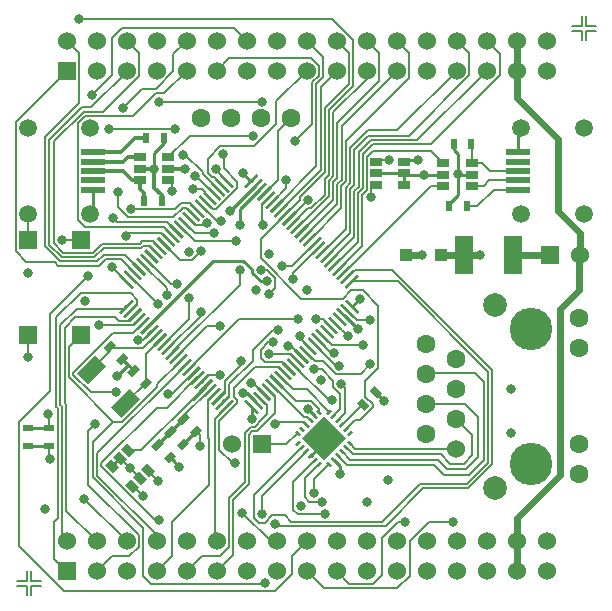
<source format=gtl>
G04 #@! TF.FileFunction,Copper,L1,Top,Signal*
%FSLAX46Y46*%
G04 Gerber Fmt 4.6, Leading zero omitted, Abs format (unit mm)*
G04 Created by KiCad (PCBNEW 4.0.7) date 01/23/18 17:02:14*
%MOMM*%
%LPD*%
G01*
G04 APERTURE LIST*
%ADD10C,0.100000*%
%ADD11C,0.203200*%
%ADD12R,1.000000X0.700000*%
%ADD13C,1.524000*%
%ADD14C,1.600000*%
%ADD15C,3.600000*%
%ADD16C,2.000000*%
%ADD17R,2.000000X0.500000*%
%ADD18C,1.500000*%
%ADD19R,1.524000X1.524000*%
%ADD20R,0.900000X0.600000*%
%ADD21R,1.000000X1.000000*%
%ADD22R,1.500000X3.200000*%
%ADD23R,1.600000X1.600000*%
%ADD24R,0.600000X0.900000*%
%ADD25C,0.812800*%
%ADD26C,0.177800*%
%ADD27C,0.254000*%
%ADD28C,0.304800*%
%ADD29C,0.609600*%
G04 APERTURE END LIST*
D10*
D11*
X1296800Y1296800D02*
X484000Y1296800D01*
X1296800Y1296800D02*
X1296800Y484000D01*
X1703200Y1703200D02*
X1703200Y2516000D01*
X1703200Y1703200D02*
X2516000Y1703200D01*
X1703200Y1296800D02*
X1703200Y484000D01*
X1703200Y1296800D02*
X2516000Y1296800D01*
X1296800Y1703200D02*
X484000Y1703200D01*
X1296800Y1703200D02*
X1296800Y2516000D01*
X48296800Y48296800D02*
X47484000Y48296800D01*
X48296800Y48296800D02*
X48296800Y47484000D01*
X48703200Y48703200D02*
X48703200Y49516000D01*
X48703200Y48703200D02*
X49516000Y48703200D01*
X48703200Y48296800D02*
X48703200Y47484000D01*
X48703200Y48296800D02*
X49516000Y48296800D01*
X48296800Y48703200D02*
X47484000Y48703200D01*
X48296800Y48703200D02*
X48296800Y49516000D01*
D10*
G36*
X7839340Y21424264D02*
X8475736Y22060660D01*
X8900000Y21636396D01*
X8263604Y21000000D01*
X7839340Y21424264D01*
X7839340Y21424264D01*
G37*
G36*
X8900000Y20363604D02*
X9536396Y21000000D01*
X9960660Y20575736D01*
X9324264Y19939340D01*
X8900000Y20363604D01*
X8900000Y20363604D01*
G37*
G36*
X11960660Y18575736D02*
X11324264Y17939340D01*
X10900000Y18363604D01*
X11536396Y19000000D01*
X11960660Y18575736D01*
X11960660Y18575736D01*
G37*
G36*
X10900000Y19636396D02*
X10263604Y19000000D01*
X9839340Y19424264D01*
X10475736Y20060660D01*
X10900000Y19636396D01*
X10900000Y19636396D01*
G37*
D12*
X36600000Y37050000D03*
X36600000Y36100000D03*
X36600000Y35150000D03*
X39000000Y35150000D03*
X39000000Y36100000D03*
X39000000Y37050000D03*
X13300000Y35650000D03*
X13300000Y36600000D03*
X13300000Y37550000D03*
X10900000Y37550000D03*
X10900000Y36600000D03*
X10900000Y35650000D03*
D13*
X37700000Y12900000D03*
D14*
X35160000Y14170000D03*
X37700000Y15440000D03*
X35160000Y16710000D03*
X37700000Y17980000D03*
X35160000Y19250000D03*
X37700000Y20520000D03*
X35160000Y21790000D03*
X48110000Y10720000D03*
X48110000Y13260000D03*
X48110000Y21430000D03*
X48110000Y23970000D03*
D15*
X44050000Y11630000D03*
X44050000Y23060000D03*
D16*
X41000000Y9600000D03*
X41000000Y25090000D03*
D17*
X42950000Y36400000D03*
X42950000Y37200000D03*
X42950000Y38000000D03*
X42950000Y34800000D03*
X42950000Y35600000D03*
D18*
X43200000Y32750000D03*
X43200000Y40050000D03*
X48500000Y32750000D03*
X48500000Y40050000D03*
D17*
X6950000Y36400000D03*
X6950000Y35600000D03*
X6950000Y34800000D03*
X6950000Y38000000D03*
X6950000Y37200000D03*
D18*
X6700000Y40050000D03*
X6700000Y32750000D03*
X1400000Y40050000D03*
X1400000Y32750000D03*
D10*
G36*
X10372776Y25381282D02*
X9312116Y24320622D01*
X9135340Y24497398D01*
X10196000Y25558058D01*
X10372776Y25381282D01*
X10372776Y25381282D01*
G37*
G36*
X10726330Y25027728D02*
X9665670Y23967068D01*
X9488894Y24143844D01*
X10549554Y25204504D01*
X10726330Y25027728D01*
X10726330Y25027728D01*
G37*
G36*
X11079883Y24674175D02*
X10019223Y23613515D01*
X9842447Y23790291D01*
X10903107Y24850951D01*
X11079883Y24674175D01*
X11079883Y24674175D01*
G37*
G36*
X11433437Y24320622D02*
X10372777Y23259962D01*
X10196001Y23436738D01*
X11256661Y24497398D01*
X11433437Y24320622D01*
X11433437Y24320622D01*
G37*
G36*
X11786990Y23967068D02*
X10726330Y22906408D01*
X10549554Y23083184D01*
X11610214Y24143844D01*
X11786990Y23967068D01*
X11786990Y23967068D01*
G37*
G36*
X12140543Y23613515D02*
X11079883Y22552855D01*
X10903107Y22729631D01*
X11963767Y23790291D01*
X12140543Y23613515D01*
X12140543Y23613515D01*
G37*
G36*
X12494097Y23259961D02*
X11433437Y22199301D01*
X11256661Y22376077D01*
X12317321Y23436737D01*
X12494097Y23259961D01*
X12494097Y23259961D01*
G37*
G36*
X12847650Y22906408D02*
X11786990Y21845748D01*
X11610214Y22022524D01*
X12670874Y23083184D01*
X12847650Y22906408D01*
X12847650Y22906408D01*
G37*
G36*
X13201204Y22552855D02*
X12140544Y21492195D01*
X11963768Y21668971D01*
X13024428Y22729631D01*
X13201204Y22552855D01*
X13201204Y22552855D01*
G37*
G36*
X13554757Y22199301D02*
X12494097Y21138641D01*
X12317321Y21315417D01*
X13377981Y22376077D01*
X13554757Y22199301D01*
X13554757Y22199301D01*
G37*
G36*
X13908310Y21845748D02*
X12847650Y20785088D01*
X12670874Y20961864D01*
X13731534Y22022524D01*
X13908310Y21845748D01*
X13908310Y21845748D01*
G37*
G36*
X14261864Y21492195D02*
X13201204Y20431535D01*
X13024428Y20608311D01*
X14085088Y21668971D01*
X14261864Y21492195D01*
X14261864Y21492195D01*
G37*
G36*
X14615417Y21138641D02*
X13554757Y20077981D01*
X13377981Y20254757D01*
X14438641Y21315417D01*
X14615417Y21138641D01*
X14615417Y21138641D01*
G37*
G36*
X14968971Y20785088D02*
X13908311Y19724428D01*
X13731535Y19901204D01*
X14792195Y20961864D01*
X14968971Y20785088D01*
X14968971Y20785088D01*
G37*
G36*
X15322524Y20431534D02*
X14261864Y19370874D01*
X14085088Y19547650D01*
X15145748Y20608310D01*
X15322524Y20431534D01*
X15322524Y20431534D01*
G37*
G36*
X15676077Y20077981D02*
X14615417Y19017321D01*
X14438641Y19194097D01*
X15499301Y20254757D01*
X15676077Y20077981D01*
X15676077Y20077981D01*
G37*
G36*
X16029631Y19724428D02*
X14968971Y18663768D01*
X14792195Y18840544D01*
X15852855Y19901204D01*
X16029631Y19724428D01*
X16029631Y19724428D01*
G37*
G36*
X16383184Y19370874D02*
X15322524Y18310214D01*
X15145748Y18486990D01*
X16206408Y19547650D01*
X16383184Y19370874D01*
X16383184Y19370874D01*
G37*
G36*
X16736737Y19017321D02*
X15676077Y17956661D01*
X15499301Y18133437D01*
X16559961Y19194097D01*
X16736737Y19017321D01*
X16736737Y19017321D01*
G37*
G36*
X17090291Y18663767D02*
X16029631Y17603107D01*
X15852855Y17779883D01*
X16913515Y18840543D01*
X17090291Y18663767D01*
X17090291Y18663767D01*
G37*
G36*
X17443844Y18310214D02*
X16383184Y17249554D01*
X16206408Y17426330D01*
X17267068Y18486990D01*
X17443844Y18310214D01*
X17443844Y18310214D01*
G37*
G36*
X17797398Y17956661D02*
X16736738Y16896001D01*
X16559962Y17072777D01*
X17620622Y18133437D01*
X17797398Y17956661D01*
X17797398Y17956661D01*
G37*
G36*
X18150951Y17603107D02*
X17090291Y16542447D01*
X16913515Y16719223D01*
X17974175Y17779883D01*
X18150951Y17603107D01*
X18150951Y17603107D01*
G37*
G36*
X18504504Y17249554D02*
X17443844Y16188894D01*
X17267068Y16365670D01*
X18327728Y17426330D01*
X18504504Y17249554D01*
X18504504Y17249554D01*
G37*
G36*
X18858058Y16896000D02*
X17797398Y15835340D01*
X17620622Y16012116D01*
X18681282Y17072776D01*
X18858058Y16896000D01*
X18858058Y16896000D01*
G37*
G36*
X20802602Y15835340D02*
X19741942Y16896000D01*
X19918718Y17072776D01*
X20979378Y16012116D01*
X20802602Y15835340D01*
X20802602Y15835340D01*
G37*
G36*
X21156156Y16188894D02*
X20095496Y17249554D01*
X20272272Y17426330D01*
X21332932Y16365670D01*
X21156156Y16188894D01*
X21156156Y16188894D01*
G37*
G36*
X21509709Y16542447D02*
X20449049Y17603107D01*
X20625825Y17779883D01*
X21686485Y16719223D01*
X21509709Y16542447D01*
X21509709Y16542447D01*
G37*
G36*
X21863262Y16896001D02*
X20802602Y17956661D01*
X20979378Y18133437D01*
X22040038Y17072777D01*
X21863262Y16896001D01*
X21863262Y16896001D01*
G37*
G36*
X22216816Y17249554D02*
X21156156Y18310214D01*
X21332932Y18486990D01*
X22393592Y17426330D01*
X22216816Y17249554D01*
X22216816Y17249554D01*
G37*
G36*
X22570369Y17603107D02*
X21509709Y18663767D01*
X21686485Y18840543D01*
X22747145Y17779883D01*
X22570369Y17603107D01*
X22570369Y17603107D01*
G37*
G36*
X22923923Y17956661D02*
X21863263Y19017321D01*
X22040039Y19194097D01*
X23100699Y18133437D01*
X22923923Y17956661D01*
X22923923Y17956661D01*
G37*
G36*
X23277476Y18310214D02*
X22216816Y19370874D01*
X22393592Y19547650D01*
X23454252Y18486990D01*
X23277476Y18310214D01*
X23277476Y18310214D01*
G37*
G36*
X23631029Y18663768D02*
X22570369Y19724428D01*
X22747145Y19901204D01*
X23807805Y18840544D01*
X23631029Y18663768D01*
X23631029Y18663768D01*
G37*
G36*
X23984583Y19017321D02*
X22923923Y20077981D01*
X23100699Y20254757D01*
X24161359Y19194097D01*
X23984583Y19017321D01*
X23984583Y19017321D01*
G37*
G36*
X24338136Y19370874D02*
X23277476Y20431534D01*
X23454252Y20608310D01*
X24514912Y19547650D01*
X24338136Y19370874D01*
X24338136Y19370874D01*
G37*
G36*
X24691689Y19724428D02*
X23631029Y20785088D01*
X23807805Y20961864D01*
X24868465Y19901204D01*
X24691689Y19724428D01*
X24691689Y19724428D01*
G37*
G36*
X25045243Y20077981D02*
X23984583Y21138641D01*
X24161359Y21315417D01*
X25222019Y20254757D01*
X25045243Y20077981D01*
X25045243Y20077981D01*
G37*
G36*
X25398796Y20431535D02*
X24338136Y21492195D01*
X24514912Y21668971D01*
X25575572Y20608311D01*
X25398796Y20431535D01*
X25398796Y20431535D01*
G37*
G36*
X25752350Y20785088D02*
X24691690Y21845748D01*
X24868466Y22022524D01*
X25929126Y20961864D01*
X25752350Y20785088D01*
X25752350Y20785088D01*
G37*
G36*
X26105903Y21138641D02*
X25045243Y22199301D01*
X25222019Y22376077D01*
X26282679Y21315417D01*
X26105903Y21138641D01*
X26105903Y21138641D01*
G37*
G36*
X26459456Y21492195D02*
X25398796Y22552855D01*
X25575572Y22729631D01*
X26636232Y21668971D01*
X26459456Y21492195D01*
X26459456Y21492195D01*
G37*
G36*
X26813010Y21845748D02*
X25752350Y22906408D01*
X25929126Y23083184D01*
X26989786Y22022524D01*
X26813010Y21845748D01*
X26813010Y21845748D01*
G37*
G36*
X27166563Y22199301D02*
X26105903Y23259961D01*
X26282679Y23436737D01*
X27343339Y22376077D01*
X27166563Y22199301D01*
X27166563Y22199301D01*
G37*
G36*
X27520117Y22552855D02*
X26459457Y23613515D01*
X26636233Y23790291D01*
X27696893Y22729631D01*
X27520117Y22552855D01*
X27520117Y22552855D01*
G37*
G36*
X27873670Y22906408D02*
X26813010Y23967068D01*
X26989786Y24143844D01*
X28050446Y23083184D01*
X27873670Y22906408D01*
X27873670Y22906408D01*
G37*
G36*
X28227223Y23259962D02*
X27166563Y24320622D01*
X27343339Y24497398D01*
X28403999Y23436738D01*
X28227223Y23259962D01*
X28227223Y23259962D01*
G37*
G36*
X28580777Y23613515D02*
X27520117Y24674175D01*
X27696893Y24850951D01*
X28757553Y23790291D01*
X28580777Y23613515D01*
X28580777Y23613515D01*
G37*
G36*
X28934330Y23967068D02*
X27873670Y25027728D01*
X28050446Y25204504D01*
X29111106Y24143844D01*
X28934330Y23967068D01*
X28934330Y23967068D01*
G37*
G36*
X29287884Y24320622D02*
X28227224Y25381282D01*
X28404000Y25558058D01*
X29464660Y24497398D01*
X29287884Y24320622D01*
X29287884Y24320622D01*
G37*
G36*
X29464660Y27502602D02*
X28404000Y26441942D01*
X28227224Y26618718D01*
X29287884Y27679378D01*
X29464660Y27502602D01*
X29464660Y27502602D01*
G37*
G36*
X29111106Y27856156D02*
X28050446Y26795496D01*
X27873670Y26972272D01*
X28934330Y28032932D01*
X29111106Y27856156D01*
X29111106Y27856156D01*
G37*
G36*
X28757553Y28209709D02*
X27696893Y27149049D01*
X27520117Y27325825D01*
X28580777Y28386485D01*
X28757553Y28209709D01*
X28757553Y28209709D01*
G37*
G36*
X28403999Y28563262D02*
X27343339Y27502602D01*
X27166563Y27679378D01*
X28227223Y28740038D01*
X28403999Y28563262D01*
X28403999Y28563262D01*
G37*
G36*
X28050446Y28916816D02*
X26989786Y27856156D01*
X26813010Y28032932D01*
X27873670Y29093592D01*
X28050446Y28916816D01*
X28050446Y28916816D01*
G37*
G36*
X27696893Y29270369D02*
X26636233Y28209709D01*
X26459457Y28386485D01*
X27520117Y29447145D01*
X27696893Y29270369D01*
X27696893Y29270369D01*
G37*
G36*
X27343339Y29623923D02*
X26282679Y28563263D01*
X26105903Y28740039D01*
X27166563Y29800699D01*
X27343339Y29623923D01*
X27343339Y29623923D01*
G37*
G36*
X26989786Y29977476D02*
X25929126Y28916816D01*
X25752350Y29093592D01*
X26813010Y30154252D01*
X26989786Y29977476D01*
X26989786Y29977476D01*
G37*
G36*
X26636232Y30331029D02*
X25575572Y29270369D01*
X25398796Y29447145D01*
X26459456Y30507805D01*
X26636232Y30331029D01*
X26636232Y30331029D01*
G37*
G36*
X26282679Y30684583D02*
X25222019Y29623923D01*
X25045243Y29800699D01*
X26105903Y30861359D01*
X26282679Y30684583D01*
X26282679Y30684583D01*
G37*
G36*
X25929126Y31038136D02*
X24868466Y29977476D01*
X24691690Y30154252D01*
X25752350Y31214912D01*
X25929126Y31038136D01*
X25929126Y31038136D01*
G37*
G36*
X25575572Y31391689D02*
X24514912Y30331029D01*
X24338136Y30507805D01*
X25398796Y31568465D01*
X25575572Y31391689D01*
X25575572Y31391689D01*
G37*
G36*
X25222019Y31745243D02*
X24161359Y30684583D01*
X23984583Y30861359D01*
X25045243Y31922019D01*
X25222019Y31745243D01*
X25222019Y31745243D01*
G37*
G36*
X24868465Y32098796D02*
X23807805Y31038136D01*
X23631029Y31214912D01*
X24691689Y32275572D01*
X24868465Y32098796D01*
X24868465Y32098796D01*
G37*
G36*
X24514912Y32452350D02*
X23454252Y31391690D01*
X23277476Y31568466D01*
X24338136Y32629126D01*
X24514912Y32452350D01*
X24514912Y32452350D01*
G37*
G36*
X24161359Y32805903D02*
X23100699Y31745243D01*
X22923923Y31922019D01*
X23984583Y32982679D01*
X24161359Y32805903D01*
X24161359Y32805903D01*
G37*
G36*
X23807805Y33159456D02*
X22747145Y32098796D01*
X22570369Y32275572D01*
X23631029Y33336232D01*
X23807805Y33159456D01*
X23807805Y33159456D01*
G37*
G36*
X23454252Y33513010D02*
X22393592Y32452350D01*
X22216816Y32629126D01*
X23277476Y33689786D01*
X23454252Y33513010D01*
X23454252Y33513010D01*
G37*
G36*
X23100699Y33866563D02*
X22040039Y32805903D01*
X21863263Y32982679D01*
X22923923Y34043339D01*
X23100699Y33866563D01*
X23100699Y33866563D01*
G37*
G36*
X22747145Y34220117D02*
X21686485Y33159457D01*
X21509709Y33336233D01*
X22570369Y34396893D01*
X22747145Y34220117D01*
X22747145Y34220117D01*
G37*
G36*
X22393592Y34573670D02*
X21332932Y33513010D01*
X21156156Y33689786D01*
X22216816Y34750446D01*
X22393592Y34573670D01*
X22393592Y34573670D01*
G37*
G36*
X22040038Y34927223D02*
X20979378Y33866563D01*
X20802602Y34043339D01*
X21863262Y35103999D01*
X22040038Y34927223D01*
X22040038Y34927223D01*
G37*
G36*
X21686485Y35280777D02*
X20625825Y34220117D01*
X20449049Y34396893D01*
X21509709Y35457553D01*
X21686485Y35280777D01*
X21686485Y35280777D01*
G37*
G36*
X21332932Y35634330D02*
X20272272Y34573670D01*
X20095496Y34750446D01*
X21156156Y35811106D01*
X21332932Y35634330D01*
X21332932Y35634330D01*
G37*
G36*
X20979378Y35987884D02*
X19918718Y34927224D01*
X19741942Y35104000D01*
X20802602Y36164660D01*
X20979378Y35987884D01*
X20979378Y35987884D01*
G37*
G36*
X18681282Y34927224D02*
X17620622Y35987884D01*
X17797398Y36164660D01*
X18858058Y35104000D01*
X18681282Y34927224D01*
X18681282Y34927224D01*
G37*
G36*
X18327728Y34573670D02*
X17267068Y35634330D01*
X17443844Y35811106D01*
X18504504Y34750446D01*
X18327728Y34573670D01*
X18327728Y34573670D01*
G37*
G36*
X17974175Y34220117D02*
X16913515Y35280777D01*
X17090291Y35457553D01*
X18150951Y34396893D01*
X17974175Y34220117D01*
X17974175Y34220117D01*
G37*
G36*
X17620622Y33866563D02*
X16559962Y34927223D01*
X16736738Y35103999D01*
X17797398Y34043339D01*
X17620622Y33866563D01*
X17620622Y33866563D01*
G37*
G36*
X17267068Y33513010D02*
X16206408Y34573670D01*
X16383184Y34750446D01*
X17443844Y33689786D01*
X17267068Y33513010D01*
X17267068Y33513010D01*
G37*
G36*
X16913515Y33159457D02*
X15852855Y34220117D01*
X16029631Y34396893D01*
X17090291Y33336233D01*
X16913515Y33159457D01*
X16913515Y33159457D01*
G37*
G36*
X16559961Y32805903D02*
X15499301Y33866563D01*
X15676077Y34043339D01*
X16736737Y32982679D01*
X16559961Y32805903D01*
X16559961Y32805903D01*
G37*
G36*
X16206408Y32452350D02*
X15145748Y33513010D01*
X15322524Y33689786D01*
X16383184Y32629126D01*
X16206408Y32452350D01*
X16206408Y32452350D01*
G37*
G36*
X15852855Y32098796D02*
X14792195Y33159456D01*
X14968971Y33336232D01*
X16029631Y32275572D01*
X15852855Y32098796D01*
X15852855Y32098796D01*
G37*
G36*
X15499301Y31745243D02*
X14438641Y32805903D01*
X14615417Y32982679D01*
X15676077Y31922019D01*
X15499301Y31745243D01*
X15499301Y31745243D01*
G37*
G36*
X15145748Y31391690D02*
X14085088Y32452350D01*
X14261864Y32629126D01*
X15322524Y31568466D01*
X15145748Y31391690D01*
X15145748Y31391690D01*
G37*
G36*
X14792195Y31038136D02*
X13731535Y32098796D01*
X13908311Y32275572D01*
X14968971Y31214912D01*
X14792195Y31038136D01*
X14792195Y31038136D01*
G37*
G36*
X14438641Y30684583D02*
X13377981Y31745243D01*
X13554757Y31922019D01*
X14615417Y30861359D01*
X14438641Y30684583D01*
X14438641Y30684583D01*
G37*
G36*
X14085088Y30331029D02*
X13024428Y31391689D01*
X13201204Y31568465D01*
X14261864Y30507805D01*
X14085088Y30331029D01*
X14085088Y30331029D01*
G37*
G36*
X13731534Y29977476D02*
X12670874Y31038136D01*
X12847650Y31214912D01*
X13908310Y30154252D01*
X13731534Y29977476D01*
X13731534Y29977476D01*
G37*
G36*
X13377981Y29623923D02*
X12317321Y30684583D01*
X12494097Y30861359D01*
X13554757Y29800699D01*
X13377981Y29623923D01*
X13377981Y29623923D01*
G37*
G36*
X13024428Y29270369D02*
X11963768Y30331029D01*
X12140544Y30507805D01*
X13201204Y29447145D01*
X13024428Y29270369D01*
X13024428Y29270369D01*
G37*
G36*
X12670874Y28916816D02*
X11610214Y29977476D01*
X11786990Y30154252D01*
X12847650Y29093592D01*
X12670874Y28916816D01*
X12670874Y28916816D01*
G37*
G36*
X12317321Y28563263D02*
X11256661Y29623923D01*
X11433437Y29800699D01*
X12494097Y28740039D01*
X12317321Y28563263D01*
X12317321Y28563263D01*
G37*
G36*
X11963767Y28209709D02*
X10903107Y29270369D01*
X11079883Y29447145D01*
X12140543Y28386485D01*
X11963767Y28209709D01*
X11963767Y28209709D01*
G37*
G36*
X11610214Y27856156D02*
X10549554Y28916816D01*
X10726330Y29093592D01*
X11786990Y28032932D01*
X11610214Y27856156D01*
X11610214Y27856156D01*
G37*
G36*
X11256661Y27502602D02*
X10196001Y28563262D01*
X10372777Y28740038D01*
X11433437Y27679378D01*
X11256661Y27502602D01*
X11256661Y27502602D01*
G37*
G36*
X10903107Y27149049D02*
X9842447Y28209709D01*
X10019223Y28386485D01*
X11079883Y27325825D01*
X10903107Y27149049D01*
X10903107Y27149049D01*
G37*
G36*
X10549554Y26795496D02*
X9488894Y27856156D01*
X9665670Y28032932D01*
X10726330Y26972272D01*
X10549554Y26795496D01*
X10549554Y26795496D01*
G37*
G36*
X10196000Y26441942D02*
X9135340Y27502602D01*
X9312116Y27679378D01*
X10372776Y26618718D01*
X10196000Y26441942D01*
X10196000Y26441942D01*
G37*
G36*
X27192965Y11508974D02*
X27023259Y11339268D01*
X26669705Y11692822D01*
X26839411Y11862528D01*
X27192965Y11508974D01*
X27192965Y11508974D01*
G37*
G36*
X27546519Y11862527D02*
X27376813Y11692821D01*
X27023259Y12046375D01*
X27192965Y12216081D01*
X27546519Y11862527D01*
X27546519Y11862527D01*
G37*
G36*
X27900072Y12216081D02*
X27730366Y12046375D01*
X27376812Y12399929D01*
X27546518Y12569635D01*
X27900072Y12216081D01*
X27900072Y12216081D01*
G37*
G36*
X28253625Y12569634D02*
X28083919Y12399928D01*
X27730365Y12753482D01*
X27900071Y12923188D01*
X28253625Y12569634D01*
X28253625Y12569634D01*
G37*
G36*
X28607179Y12923187D02*
X28437473Y12753481D01*
X28083919Y13107035D01*
X28253625Y13276741D01*
X28607179Y12923187D01*
X28607179Y12923187D01*
G37*
G36*
X28960732Y13276741D02*
X28791026Y13107035D01*
X28437472Y13460589D01*
X28607178Y13630295D01*
X28960732Y13276741D01*
X28960732Y13276741D01*
G37*
G36*
X28791026Y14492965D02*
X28960732Y14323259D01*
X28607178Y13969705D01*
X28437472Y14139411D01*
X28791026Y14492965D01*
X28791026Y14492965D01*
G37*
G36*
X28437473Y14846519D02*
X28607179Y14676813D01*
X28253625Y14323259D01*
X28083919Y14492965D01*
X28437473Y14846519D01*
X28437473Y14846519D01*
G37*
G36*
X28083919Y15200072D02*
X28253625Y15030366D01*
X27900071Y14676812D01*
X27730365Y14846518D01*
X28083919Y15200072D01*
X28083919Y15200072D01*
G37*
G36*
X27730366Y15553625D02*
X27900072Y15383919D01*
X27546518Y15030365D01*
X27376812Y15200071D01*
X27730366Y15553625D01*
X27730366Y15553625D01*
G37*
G36*
X27376813Y15907179D02*
X27546519Y15737473D01*
X27192965Y15383919D01*
X27023259Y15553625D01*
X27376813Y15907179D01*
X27376813Y15907179D01*
G37*
G36*
X27023259Y16260732D02*
X27192965Y16091026D01*
X26839411Y15737472D01*
X26669705Y15907178D01*
X27023259Y16260732D01*
X27023259Y16260732D01*
G37*
G36*
X26330295Y15907178D02*
X26160589Y15737472D01*
X25807035Y16091026D01*
X25976741Y16260732D01*
X26330295Y15907178D01*
X26330295Y15907178D01*
G37*
G36*
X25976741Y15553625D02*
X25807035Y15383919D01*
X25453481Y15737473D01*
X25623187Y15907179D01*
X25976741Y15553625D01*
X25976741Y15553625D01*
G37*
G36*
X25623188Y15200071D02*
X25453482Y15030365D01*
X25099928Y15383919D01*
X25269634Y15553625D01*
X25623188Y15200071D01*
X25623188Y15200071D01*
G37*
G36*
X25269635Y14846518D02*
X25099929Y14676812D01*
X24746375Y15030366D01*
X24916081Y15200072D01*
X25269635Y14846518D01*
X25269635Y14846518D01*
G37*
G36*
X24916081Y14492965D02*
X24746375Y14323259D01*
X24392821Y14676813D01*
X24562527Y14846519D01*
X24916081Y14492965D01*
X24916081Y14492965D01*
G37*
G36*
X24562528Y14139411D02*
X24392822Y13969705D01*
X24039268Y14323259D01*
X24208974Y14492965D01*
X24562528Y14139411D01*
X24562528Y14139411D01*
G37*
G36*
X24392822Y13630295D02*
X24562528Y13460589D01*
X24208974Y13107035D01*
X24039268Y13276741D01*
X24392822Y13630295D01*
X24392822Y13630295D01*
G37*
G36*
X24746375Y13276741D02*
X24916081Y13107035D01*
X24562527Y12753481D01*
X24392821Y12923187D01*
X24746375Y13276741D01*
X24746375Y13276741D01*
G37*
G36*
X25099929Y12923188D02*
X25269635Y12753482D01*
X24916081Y12399928D01*
X24746375Y12569634D01*
X25099929Y12923188D01*
X25099929Y12923188D01*
G37*
G36*
X25453482Y12569635D02*
X25623188Y12399929D01*
X25269634Y12046375D01*
X25099928Y12216081D01*
X25453482Y12569635D01*
X25453482Y12569635D01*
G37*
G36*
X25807035Y12216081D02*
X25976741Y12046375D01*
X25623187Y11692821D01*
X25453481Y11862527D01*
X25807035Y12216081D01*
X25807035Y12216081D01*
G37*
G36*
X26160589Y11862528D02*
X26330295Y11692822D01*
X25976741Y11339268D01*
X25807035Y11508974D01*
X26160589Y11862528D01*
X26160589Y11862528D01*
G37*
G36*
X26500000Y15638478D02*
X28338478Y13800000D01*
X26500000Y11961522D01*
X24661522Y13800000D01*
X26500000Y15638478D01*
X26500000Y15638478D01*
G37*
D12*
X30900000Y37150000D03*
X30900000Y36200000D03*
X30900000Y35250000D03*
X33300000Y35250000D03*
X33300000Y36200000D03*
X33300000Y37150000D03*
D10*
G36*
X5569705Y19267731D02*
X7132269Y20830295D01*
X8030295Y19932269D01*
X6467731Y18369705D01*
X5569705Y19267731D01*
X5569705Y19267731D01*
G37*
G36*
X8443387Y16394049D02*
X10005951Y17956613D01*
X10903977Y17058587D01*
X9341413Y15496023D01*
X8443387Y16394049D01*
X8443387Y16394049D01*
G37*
D13*
X4700000Y5040000D03*
D19*
X4700000Y2500000D03*
D13*
X7240000Y5040000D03*
X7240000Y2500000D03*
X9780000Y5040000D03*
X9780000Y2500000D03*
X12320000Y5040000D03*
X12320000Y2500000D03*
X14860000Y5040000D03*
X14860000Y2500000D03*
X17400000Y5040000D03*
X17400000Y2500000D03*
X19940000Y5040000D03*
X19940000Y2500000D03*
X22480000Y5040000D03*
X22480000Y2500000D03*
X25020000Y5040000D03*
X25020000Y2500000D03*
X27560000Y5040000D03*
X27560000Y2500000D03*
X30100000Y5040000D03*
X30100000Y2500000D03*
X32640000Y5040000D03*
X32640000Y2500000D03*
X35180000Y5040000D03*
X35180000Y2500000D03*
X37720000Y5040000D03*
X37720000Y2500000D03*
X40260000Y5040000D03*
X40260000Y2500000D03*
X42800000Y5040000D03*
X42800000Y2500000D03*
X45340000Y5040000D03*
X45340000Y2500000D03*
X4700000Y47440000D03*
D19*
X4700000Y44900000D03*
D13*
X7240000Y47440000D03*
X7240000Y44900000D03*
X9780000Y47440000D03*
X9780000Y44900000D03*
X12320000Y47440000D03*
X12320000Y44900000D03*
X14860000Y47440000D03*
X14860000Y44900000D03*
X17400000Y47440000D03*
X17400000Y44900000D03*
X19940000Y47440000D03*
X19940000Y44900000D03*
X22480000Y47440000D03*
X22480000Y44900000D03*
X25020000Y47440000D03*
X25020000Y44900000D03*
X27560000Y47440000D03*
X27560000Y44900000D03*
X30100000Y47440000D03*
X30100000Y44900000D03*
X32640000Y47440000D03*
X32640000Y44900000D03*
X35180000Y47440000D03*
X35180000Y44900000D03*
X37720000Y47440000D03*
X37720000Y44900000D03*
X40260000Y47440000D03*
X40260000Y44900000D03*
X42800000Y47440000D03*
X42800000Y44900000D03*
X45340000Y47440000D03*
X45340000Y44900000D03*
D10*
G36*
X12939340Y14224264D02*
X13575736Y14860660D01*
X14000000Y14436396D01*
X13363604Y13800000D01*
X12939340Y14224264D01*
X12939340Y14224264D01*
G37*
G36*
X14000000Y13163604D02*
X14636396Y13800000D01*
X15060660Y13375736D01*
X14424264Y12739340D01*
X14000000Y13163604D01*
X14000000Y13163604D01*
G37*
G36*
X14039340Y15324264D02*
X14675736Y15960660D01*
X15100000Y15536396D01*
X14463604Y14900000D01*
X14039340Y15324264D01*
X14039340Y15324264D01*
G37*
G36*
X15100000Y14263604D02*
X15736396Y14900000D01*
X16160660Y14475736D01*
X15524264Y13839340D01*
X15100000Y14263604D01*
X15100000Y14263604D01*
G37*
D20*
X3200000Y14650000D03*
X3200000Y13150000D03*
X1400000Y14650000D03*
X1400000Y13150000D03*
D21*
X36400000Y29300000D03*
X33400000Y29300000D03*
D22*
X38300000Y29300000D03*
X42500000Y29300000D03*
D10*
G36*
X13960660Y12275736D02*
X13324264Y11639340D01*
X12900000Y12063604D01*
X13536396Y12700000D01*
X13960660Y12275736D01*
X13960660Y12275736D01*
G37*
G36*
X12900000Y13336396D02*
X12263604Y12700000D01*
X11839340Y13124264D01*
X12475736Y13760660D01*
X12900000Y13336396D01*
X12900000Y13336396D01*
G37*
D13*
X18660000Y13250000D03*
D19*
X21200000Y13250000D03*
D13*
X48140000Y29300000D03*
D19*
X45600000Y29300000D03*
D10*
G36*
X30724264Y18210660D02*
X31360660Y17574264D01*
X30936396Y17150000D01*
X30300000Y17786396D01*
X30724264Y18210660D01*
X30724264Y18210660D01*
G37*
G36*
X29663604Y17150000D02*
X30300000Y16513604D01*
X29875736Y16089340D01*
X29239340Y16725736D01*
X29663604Y17150000D01*
X29663604Y17150000D01*
G37*
G36*
X9768629Y13369849D02*
X10475736Y12662742D01*
X9980761Y12167767D01*
X9273654Y12874874D01*
X9768629Y13369849D01*
X9768629Y13369849D01*
G37*
G36*
X9096878Y12698097D02*
X9803985Y11990990D01*
X9309010Y11496015D01*
X8601903Y12203122D01*
X9096878Y12698097D01*
X9096878Y12698097D01*
G37*
G36*
X8425126Y12026346D02*
X9132233Y11319239D01*
X8637258Y10824264D01*
X7930151Y11531371D01*
X8425126Y12026346D01*
X8425126Y12026346D01*
G37*
G36*
X10122183Y10329290D02*
X10829290Y9622183D01*
X10334315Y9127208D01*
X9627208Y9834315D01*
X10122183Y10329290D01*
X10122183Y10329290D01*
G37*
G36*
X10793934Y11001041D02*
X11501041Y10293934D01*
X11006066Y9798959D01*
X10298959Y10506066D01*
X10793934Y11001041D01*
X10793934Y11001041D01*
G37*
G36*
X11465685Y11672792D02*
X12172792Y10965685D01*
X11677817Y10470710D01*
X10970710Y11177817D01*
X11465685Y11672792D01*
X11465685Y11672792D01*
G37*
D14*
X23700000Y40850000D03*
X21160000Y40850000D03*
X18620000Y40850000D03*
X16080000Y40850000D03*
D23*
X5950000Y30550000D03*
X5950000Y22550000D03*
X1450000Y30550000D03*
X1450000Y22550000D03*
D24*
X37050000Y33400000D03*
X38550000Y33400000D03*
X12950000Y39200000D03*
X11450000Y39200000D03*
X12750000Y33900000D03*
X11250000Y33900000D03*
X38950000Y38700000D03*
X37450000Y38700000D03*
D25*
X2900000Y7750000D03*
X3250000Y12050000D03*
X1450000Y20650000D03*
X12450000Y25100000D03*
X15050000Y25650000D03*
X16000000Y13150000D03*
X17700000Y19150000D03*
X10050000Y11250000D03*
X24550000Y8000000D03*
X26500000Y13800000D03*
X42350000Y17950000D03*
X42350000Y14200000D03*
X34950000Y36100000D03*
X8950000Y19050000D03*
X30400000Y23800000D03*
X18500000Y33000000D03*
X14700000Y36600000D03*
X34800000Y29300000D03*
X20714300Y26289100D03*
X31563200Y16947400D03*
X26232300Y18720700D03*
X30147000Y8361000D03*
X6250700Y25415400D03*
X20348200Y15416200D03*
X19350000Y28050000D03*
X17650000Y23250000D03*
X23291400Y35651400D03*
X20475100Y39390300D03*
X21312000Y31826600D03*
X21262200Y42257200D03*
X12535000Y42257200D03*
X13636300Y34707500D03*
X25104800Y33913300D03*
X5729100Y49293300D03*
X15364200Y34838200D03*
X10179600Y33178700D03*
X15572300Y35996500D03*
X8273300Y39917100D03*
X13843200Y39917100D03*
X14563800Y37785300D03*
X17316600Y36542100D03*
X7120000Y14963400D03*
X7473100Y23339300D03*
X6158400Y8661600D03*
X8864300Y17655200D03*
X13258900Y17497000D03*
X12493000Y6862700D03*
X20300000Y18471600D03*
X19529600Y7482200D03*
X18941000Y11643400D03*
X22145300Y21910300D03*
X6509200Y27549200D03*
X9756300Y30933300D03*
X21803200Y20919200D03*
X23469600Y21622200D03*
X37432600Y6686600D03*
X30421400Y20028600D03*
X24449300Y22433500D03*
X33348800Y6712600D03*
X27765300Y19919400D03*
X29748000Y21704100D03*
X25834400Y23836900D03*
X27182800Y16991400D03*
X28492300Y22403900D03*
X14050000Y26850000D03*
X13150000Y25900000D03*
X21162600Y28026900D03*
X21840600Y26016800D03*
X10715500Y22082800D03*
X16062000Y29594800D03*
X9425900Y41760200D03*
X8643600Y32443100D03*
X17206400Y31161000D03*
X24061000Y38913800D03*
X19066800Y30441600D03*
X6838600Y42866500D03*
X9012300Y34645000D03*
X16609800Y31970500D03*
X17950600Y37812200D03*
X17726500Y32158200D03*
X23900000Y27300000D03*
X32004400Y37363200D03*
X22950000Y28350000D03*
X30490500Y34198300D03*
X25620500Y19603800D03*
X24250100Y23899800D03*
X22298500Y14975500D03*
X19458900Y20320600D03*
X22582800Y22960500D03*
X27927300Y18380700D03*
X21242700Y7325300D03*
X22351200Y6529100D03*
X21624500Y27046600D03*
X29400000Y23000000D03*
X19400000Y31800000D03*
X25600000Y9100000D03*
X27800000Y10750000D03*
X1450000Y27750000D03*
X3150000Y15800000D03*
X15050000Y29550000D03*
X8550000Y28250000D03*
X16050000Y24500000D03*
X14250000Y11350000D03*
X11150000Y8850000D03*
X12450000Y10150000D03*
X37800000Y36150000D03*
X21850000Y29400000D03*
X25050000Y26300000D03*
X29500000Y25600000D03*
X19600000Y36200000D03*
X12100000Y36600000D03*
X39700000Y29300000D03*
X25119200Y16282900D03*
X19587000Y17573300D03*
X34430500Y37375700D03*
X31930300Y10226500D03*
X26531000Y7401900D03*
X21461400Y1542100D03*
X26300000Y8396300D03*
X4306000Y30550000D03*
X27357100Y21030700D03*
D26*
X8369700Y21170000D02*
X6800000Y19600000D01*
X8369700Y21530000D02*
X8369700Y21170000D01*
X8369700Y21530000D02*
X8369700Y21530300D01*
X11164900Y21400500D02*
X12228900Y22464500D01*
X8499500Y21400500D02*
X11164900Y21400500D01*
X8369700Y21530300D02*
X8499500Y21400500D01*
X28492388Y24585786D02*
X28514214Y24585786D01*
X28514214Y24585786D02*
X29300000Y23800000D01*
X29300000Y23800000D02*
X30400000Y23800000D01*
X3200000Y12100000D02*
X3200000Y13150000D01*
X3250000Y12050000D02*
X3200000Y12100000D01*
X1450000Y22550000D02*
X1450000Y20650000D01*
X1450000Y32700000D02*
X1400000Y32750000D01*
X1450000Y30550000D02*
X1450000Y32700000D01*
X15050000Y23850000D02*
X15050000Y25650000D01*
X12957400Y21757000D02*
X15050000Y23850000D01*
X12936000Y21757000D02*
X12957400Y21757000D01*
X16000000Y14050000D02*
X16000000Y13150000D01*
X15680300Y14370000D02*
X16000000Y14050000D01*
X15630300Y14370000D02*
X15680300Y14370000D01*
D27*
X26500000Y13450000D02*
X26500000Y13800000D01*
X25361600Y12312000D02*
X26500000Y13450000D01*
X25361600Y12308000D02*
X25361600Y12312000D01*
X6950000Y33000000D02*
X6700000Y32750000D01*
X6950000Y34800000D02*
X6950000Y33000000D01*
X42950000Y39800000D02*
X43200000Y40050000D01*
X42950000Y38000000D02*
X42950000Y39800000D01*
X33300000Y36200000D02*
X30900000Y36200000D01*
X33300000Y36200000D02*
X33300000Y35250000D01*
X1400000Y13150000D02*
X3200000Y13150000D01*
X9900000Y20000000D02*
X8950000Y19050000D01*
D28*
X13300000Y36600000D02*
X14700000Y36600000D01*
D29*
X33400000Y29300000D02*
X34800000Y29300000D01*
D26*
X10050000Y11250000D02*
X10900000Y10400000D01*
D27*
X33400000Y36100000D02*
X34950000Y36100000D01*
X33300000Y36200000D02*
X33400000Y36100000D01*
X34950000Y36100000D02*
X36600000Y36100000D01*
D26*
X10107600Y27414000D02*
X10107800Y27414000D01*
X10135800Y27414000D02*
X12450000Y25100000D01*
X10107800Y27414000D02*
X10135800Y27414000D01*
D27*
X10107800Y27414000D02*
X10107600Y27414200D01*
X20714200Y35192000D02*
X20713800Y35192000D01*
X20692400Y35192000D02*
X18500000Y33000000D01*
X20713800Y35192000D02*
X20692400Y35192000D01*
X20713800Y35192000D02*
X20714200Y35192400D01*
D26*
X16118000Y18575000D02*
X16118400Y18575000D01*
X16700000Y19150000D02*
X17700000Y19150000D01*
X16125400Y18575000D02*
X16700000Y19150000D01*
X16118400Y18575000D02*
X16125400Y18575000D01*
D27*
X16118400Y18575000D02*
X16118000Y18575400D01*
X12936000Y21757000D02*
X12936000Y21736000D01*
X12936000Y21757000D02*
X12936000Y21757400D01*
D26*
X8531200Y11425000D02*
X8867100Y11761000D01*
D27*
X8866900Y11761000D02*
X8531200Y11425300D01*
X8867100Y11761000D02*
X8866900Y11761000D01*
X15080300Y13820000D02*
X15630300Y14370000D01*
X15080600Y13820000D02*
X15630300Y14369700D01*
X15080300Y13820000D02*
X15080600Y13820000D01*
X14530300Y13270000D02*
X15080300Y13820000D01*
X14530300Y13270000D02*
X14530300Y13269700D01*
X9665200Y20235000D02*
X9430300Y20470000D01*
X9665000Y20235000D02*
X9430300Y20469700D01*
X9665200Y20235000D02*
X9665000Y20235000D01*
X9900000Y20000000D02*
X9665200Y20235000D01*
X20348200Y16441600D02*
X20360700Y16454100D01*
X20348200Y15416200D02*
X20348200Y16441600D01*
X30830300Y17680300D02*
X31563200Y16947400D01*
D26*
X9202900Y12097000D02*
X10050000Y11250000D01*
X8867100Y11761000D02*
X9202900Y12097000D01*
D27*
X10369700Y19530000D02*
X9900000Y20000000D01*
D26*
X12582500Y22111000D02*
X12582500Y22110900D01*
X9673700Y16726300D02*
X9673800Y16726200D01*
X11417000Y18470000D02*
X9673800Y16726200D01*
X11430300Y18470000D02*
X11417000Y18470000D01*
X9673800Y16726200D02*
X9673700Y16726000D01*
X11430300Y18469700D02*
X11430300Y18470000D01*
X12582500Y22110900D02*
X12582500Y22096500D01*
X12582500Y22096500D02*
X12582500Y22082000D01*
X11430300Y20944300D02*
X11430300Y18470000D01*
X12582500Y22096500D02*
X11430300Y20944300D01*
X19350000Y26750000D02*
X19350000Y28050000D01*
X13650300Y21050000D02*
X19350000Y26750000D01*
X13643100Y21050000D02*
X13650300Y21050000D01*
X13643100Y21050300D02*
X13643100Y21050000D01*
X16600000Y23250000D02*
X17650000Y23250000D01*
X14046700Y20697000D02*
X16600000Y23250000D01*
X13996700Y20697000D02*
X14046700Y20697000D01*
X13996700Y20696700D02*
X13996700Y20697000D01*
X35521000Y35150000D02*
X36600000Y35150000D01*
X28138800Y27767800D02*
X35521000Y35150000D01*
X35549400Y38100600D02*
X36600000Y37050000D01*
X30621700Y38100600D02*
X35549400Y38100600D01*
X30117400Y37596300D02*
X30621700Y38100600D01*
X30117400Y34777600D02*
X30117400Y37596300D01*
X29743300Y34403500D02*
X30117400Y34777600D01*
X29743300Y30079300D02*
X29743300Y34403500D01*
X27785300Y28121300D02*
X29743300Y30079300D01*
X40000000Y35150000D02*
X39000000Y35150000D01*
X40450000Y35600000D02*
X40000000Y35150000D01*
X42950000Y35600000D02*
X40450000Y35600000D01*
X39000000Y38650000D02*
X38950000Y38700000D01*
X39000000Y37050000D02*
X39000000Y38650000D01*
X39850000Y37050000D02*
X39000000Y37050000D01*
X40500000Y36400000D02*
X39850000Y37050000D01*
X42950000Y36400000D02*
X40500000Y36400000D01*
X15140300Y39390300D02*
X13300000Y37550000D01*
X20475100Y39390300D02*
X15140300Y39390300D01*
X23291400Y34941200D02*
X23291400Y35651400D01*
X22128400Y33778200D02*
X23291400Y34941200D01*
X21241900Y31896700D02*
X21312000Y31826600D01*
X21241900Y33598700D02*
X21241900Y31896700D01*
X21774900Y34131700D02*
X21241900Y33598700D01*
X13636300Y35313700D02*
X13300000Y35650000D01*
X13636300Y34707500D02*
X13636300Y35313700D01*
X21262200Y42257200D02*
X12535000Y42257200D01*
D28*
X9850000Y37550000D02*
X10900000Y37550000D01*
X9500000Y37200000D02*
X9850000Y37550000D01*
X6950000Y37200000D02*
X9500000Y37200000D01*
X10900000Y34900000D02*
X10900000Y35650000D01*
X11250000Y34550000D02*
X10900000Y34900000D01*
X11250000Y33900000D02*
X11250000Y34550000D01*
X10250000Y35650000D02*
X10900000Y35650000D01*
X9500000Y36400000D02*
X10250000Y35650000D01*
X6950000Y36400000D02*
X9500000Y36400000D01*
D26*
X25091900Y33913300D02*
X23542600Y32364000D01*
X25104800Y33913300D02*
X25091900Y33913300D01*
X27163600Y49293300D02*
X5729100Y49293300D01*
X28957300Y47499600D02*
X27163600Y49293300D01*
X28957300Y43579500D02*
X28957300Y47499600D01*
X26914300Y41536500D02*
X28957300Y43579500D01*
X26914300Y36104200D02*
X26914300Y41536500D01*
X26540200Y35730100D02*
X26914300Y36104200D01*
X26540200Y34396300D02*
X26540200Y35730100D01*
X25383800Y33239900D02*
X26540200Y34396300D01*
X25125700Y33239900D02*
X25383800Y33239900D01*
X23896200Y32010400D02*
X25125700Y33239900D01*
X16118600Y34838200D02*
X16825100Y34131700D01*
X15364200Y34838200D02*
X16118600Y34838200D01*
X15180700Y33654900D02*
X15764500Y33071100D01*
X14378400Y33654900D02*
X15180700Y33654900D01*
X13902200Y33178700D02*
X14378400Y33654900D01*
X10179600Y33178700D02*
X13902200Y33178700D01*
X15667500Y35996500D02*
X17178700Y34485300D01*
X15572300Y35996500D02*
X15667500Y35996500D01*
X14735900Y37785300D02*
X14563800Y37785300D01*
X16245700Y36275500D02*
X14735900Y37785300D01*
X16245700Y36125300D02*
X16245700Y36275500D01*
X17532200Y34838800D02*
X16245700Y36125300D01*
X8273300Y39917100D02*
X13843200Y39917100D01*
X22618000Y35682000D02*
X21421300Y34485300D01*
X22618000Y39768000D02*
X22618000Y35682000D01*
X23700000Y40850000D02*
X22618000Y39768000D01*
X17316600Y36468600D02*
X17316600Y36542100D01*
X18239300Y35545900D02*
X17316600Y36468600D01*
X4302700Y5437300D02*
X4700000Y5040000D01*
X4302700Y16471200D02*
X4302700Y5437300D01*
X4168900Y16605000D02*
X4302700Y16471200D01*
X4168900Y23337400D02*
X4168900Y16605000D01*
X5573500Y24742000D02*
X4168900Y23337400D01*
X9556800Y24742000D02*
X5573500Y24742000D01*
X9754100Y24939300D02*
X9556800Y24742000D01*
X3642900Y3557100D02*
X4700000Y2500000D01*
X3642900Y6723600D02*
X3642900Y3557100D01*
X3946800Y7027500D02*
X3642900Y6723600D01*
X3946800Y16323800D02*
X3946800Y7027500D01*
X3813000Y16457600D02*
X3946800Y16323800D01*
X3813000Y24007400D02*
X3813000Y16457600D01*
X5894400Y26088800D02*
X3813000Y24007400D01*
X10102200Y26088800D02*
X5894400Y26088800D01*
X10671000Y25520000D02*
X10102200Y26088800D01*
X10671000Y25149200D02*
X10671000Y25520000D01*
X10107600Y24585800D02*
X10671000Y25149200D01*
X4658600Y7621400D02*
X7240000Y5040000D01*
X4658600Y16618600D02*
X4658600Y7621400D01*
X4524800Y16752400D02*
X4658600Y16618600D01*
X4524800Y23112700D02*
X4524800Y16752400D01*
X5424800Y24012700D02*
X4524800Y23112700D01*
X8824600Y24012700D02*
X5424800Y24012700D01*
X9139400Y23697900D02*
X8824600Y24012700D01*
X9926900Y23697900D02*
X9139400Y23697900D01*
X10461200Y24232200D02*
X9926900Y23697900D01*
X10275300Y23339300D02*
X7473100Y23339300D01*
X10814700Y23878700D02*
X10275300Y23339300D01*
X8521000Y3781000D02*
X7240000Y2500000D01*
X10004000Y3781000D02*
X8521000Y3781000D01*
X10811000Y4588000D02*
X10004000Y3781000D01*
X10811000Y5555600D02*
X10811000Y4588000D01*
X6530800Y9835800D02*
X10811000Y5555600D01*
X6530800Y14374200D02*
X6530800Y9835800D01*
X7120000Y14963400D02*
X6530800Y14374200D01*
X9780000Y5040000D02*
X6158400Y8661600D01*
X10309100Y22665900D02*
X11168300Y23525100D01*
X8582300Y22665900D02*
X10309100Y22665900D01*
X5236600Y19320200D02*
X8582300Y22665900D01*
X5236600Y19162700D02*
X5236600Y19320200D01*
X6744100Y17655200D02*
X5236600Y19162700D01*
X8864300Y17655200D02*
X6744100Y17655200D01*
X14703800Y19932000D02*
X14703800Y19989600D01*
X7277000Y12505200D02*
X14703800Y19932000D01*
X7277000Y10586400D02*
X7277000Y12505200D01*
X12320000Y5543400D02*
X7277000Y10586400D01*
X12320000Y5040000D02*
X12320000Y5543400D01*
X13625400Y17497000D02*
X15410900Y19282500D01*
X13258900Y17497000D02*
X13625400Y17497000D01*
X13196000Y16360400D02*
X15764500Y18928900D01*
X12363700Y16360400D02*
X13196000Y16360400D01*
X7645100Y11641800D02*
X12363700Y16360400D01*
X7645100Y11388800D02*
X7645100Y11641800D01*
X12171200Y6862700D02*
X7645100Y11388800D01*
X12493000Y6862700D02*
X12171200Y6862700D01*
X13590000Y3770000D02*
X12320000Y2500000D01*
X13590000Y6675700D02*
X13590000Y3770000D01*
X16710500Y9796200D02*
X13590000Y6675700D01*
X16710500Y13744100D02*
X16710500Y9796200D01*
X16640800Y13813800D02*
X16710500Y13744100D01*
X16640800Y16976800D02*
X16640800Y13813800D01*
X17178700Y17514700D02*
X16640800Y16976800D01*
X17222000Y5218000D02*
X17400000Y5040000D01*
X17222000Y15436800D02*
X17222000Y5218000D01*
X18239300Y16454100D02*
X17222000Y15436800D01*
X16130000Y3770000D02*
X14860000Y2500000D01*
X17657900Y3770000D02*
X16130000Y3770000D01*
X18429000Y4541100D02*
X17657900Y3770000D01*
X18429000Y8698200D02*
X18429000Y4541100D01*
X19761900Y10031100D02*
X18429000Y8698200D01*
X19761900Y14238500D02*
X19761900Y10031100D01*
X20266200Y14742800D02*
X19761900Y14238500D01*
X20627200Y14742800D02*
X20266200Y14742800D01*
X21269200Y15384800D02*
X20627200Y14742800D01*
X21269200Y15401800D02*
X21269200Y15384800D01*
X21657000Y15789600D02*
X21269200Y15401800D01*
X21657000Y16572000D02*
X21657000Y15789600D01*
X21067800Y17161200D02*
X21657000Y16572000D01*
X20464400Y18471600D02*
X20300000Y18471600D01*
X21421300Y17514700D02*
X20464400Y18471600D01*
X18785000Y3885000D02*
X17400000Y2500000D01*
X18785000Y8550900D02*
X18785000Y3885000D01*
X20118000Y9883900D02*
X18785000Y8550900D01*
X20118000Y14079600D02*
X20118000Y9883900D01*
X20425300Y14386900D02*
X20118000Y14079600D01*
X20774600Y14386900D02*
X20425300Y14386900D01*
X21625100Y15237400D02*
X20774600Y14386900D01*
X21625100Y15254400D02*
X21625100Y15237400D01*
X22309400Y15938700D02*
X21625100Y15254400D01*
X22309400Y17333800D02*
X22309400Y15938700D01*
X21774900Y17868300D02*
X22309400Y17333800D01*
X18776800Y11643400D02*
X18941000Y11643400D01*
X17628400Y12791800D02*
X18776800Y11643400D01*
X17628400Y15275900D02*
X17628400Y12791800D01*
X19130900Y16778400D02*
X17628400Y15275900D01*
X19130900Y17041600D02*
X19130900Y16778400D01*
X18878200Y17294300D02*
X19130900Y17041600D01*
X18878200Y18020800D02*
X18878200Y17294300D01*
X20681100Y19823700D02*
X18878200Y18020800D01*
X22647900Y19823700D02*
X20681100Y19823700D01*
X23189100Y19282500D02*
X22647900Y19823700D01*
X21971800Y5040000D02*
X19529600Y7482200D01*
X22480000Y5040000D02*
X21971800Y5040000D01*
X22932900Y20245700D02*
X23542600Y19636000D01*
X21458100Y20245700D02*
X22932900Y20245700D01*
X21127400Y20576400D02*
X21458100Y20245700D01*
X21127400Y21253600D02*
X21127400Y20576400D01*
X21784100Y21910300D02*
X21127400Y21253600D01*
X22145300Y21910300D02*
X21784100Y21910300D01*
X9997700Y31174700D02*
X9756300Y30933300D01*
X12711100Y31174700D02*
X9997700Y31174700D01*
X13289600Y30596200D02*
X12711100Y31174700D01*
X23750000Y3770000D02*
X25020000Y5040000D01*
X23750000Y2266200D02*
X23750000Y3770000D01*
X22352500Y868700D02*
X23750000Y2266200D01*
X4429400Y868700D02*
X22352500Y868700D01*
X650000Y4648100D02*
X4429400Y868700D01*
X650000Y15127900D02*
X650000Y4648100D01*
X3265100Y17743000D02*
X650000Y15127900D01*
X3265100Y24305100D02*
X3265100Y17743000D01*
X6509200Y27549200D02*
X3265100Y24305100D01*
X23673600Y20919200D02*
X21803200Y20919200D01*
X24249700Y20343100D02*
X23673600Y20919200D01*
X23677800Y21622200D02*
X23469600Y21622200D01*
X24603300Y20696700D02*
X23677800Y21622200D01*
X35338600Y6686600D02*
X37432600Y6686600D01*
X33727300Y5075300D02*
X35338600Y6686600D01*
X33727300Y2127500D02*
X33727300Y5075300D01*
X32671300Y1071500D02*
X33727300Y2127500D01*
X26448500Y1071500D02*
X32671300Y1071500D01*
X25020000Y2500000D02*
X26448500Y1071500D01*
X25730000Y20277200D02*
X24956900Y21050300D01*
X26431300Y20277200D02*
X25730000Y20277200D01*
X27492400Y19216100D02*
X26431300Y20277200D01*
X29608900Y19216100D02*
X27492400Y19216100D01*
X30421400Y20028600D02*
X29608900Y19216100D01*
X24449300Y22264900D02*
X25310400Y21403800D01*
X24449300Y22433500D02*
X24449300Y22264900D01*
X32790100Y6712600D02*
X33348800Y6712600D01*
X31370100Y5292600D02*
X32790100Y6712600D01*
X31370100Y2228900D02*
X31370100Y5292600D01*
X30610000Y1468800D02*
X31370100Y2228900D01*
X28591200Y1468800D02*
X30610000Y1468800D01*
X27560000Y2500000D02*
X28591200Y1468800D01*
X27502000Y19919400D02*
X25664000Y21757400D01*
X27765300Y19919400D02*
X27502000Y19919400D01*
X27131500Y21704100D02*
X29748000Y21704100D01*
X26371100Y22464500D02*
X27131500Y21704100D01*
X26412900Y23836900D02*
X25834400Y23836900D01*
X27078200Y23171600D02*
X26412900Y23836900D01*
X26894400Y16991400D02*
X27182800Y16991400D01*
X23896200Y19989600D02*
X26894400Y16991400D01*
X27431700Y23464500D02*
X28492300Y22403900D01*
X27431700Y23525100D02*
X27431700Y23464500D01*
X9631000Y29305000D02*
X10814700Y28121300D01*
X7845700Y29305000D02*
X9631000Y29305000D01*
X7289600Y28748900D02*
X7845700Y29305000D01*
X4144800Y28748900D02*
X7289600Y28748900D01*
X2840800Y30052900D02*
X4144800Y28748900D01*
X2840800Y39240000D02*
X2840800Y30052900D01*
X5758700Y42157900D02*
X2840800Y39240000D01*
X5758700Y46381300D02*
X5758700Y42157900D01*
X4700000Y47440000D02*
X5758700Y46381300D01*
X9284400Y28944600D02*
X10461200Y27767800D01*
X7988700Y28944600D02*
X9284400Y28944600D01*
X7437100Y28393000D02*
X7988700Y28944600D01*
X3997400Y28393000D02*
X7437100Y28393000D01*
X3689200Y28701200D02*
X3997400Y28393000D01*
X1279800Y28701200D02*
X3689200Y28701200D01*
X375400Y29605600D02*
X1279800Y28701200D01*
X375400Y40575400D02*
X375400Y29605600D01*
X4700000Y44900000D02*
X375400Y40575400D01*
X13500000Y26850000D02*
X14050000Y26850000D01*
X11521800Y28828000D02*
X13500000Y26850000D01*
X11521800Y28828400D02*
X11521800Y28828000D01*
X11168300Y28475000D02*
X11168400Y28475000D01*
X13150000Y26500000D02*
X13150000Y25900000D01*
X11175100Y28475000D02*
X13150000Y26500000D01*
X11168400Y28475000D02*
X11175100Y28475000D01*
X11168400Y28475000D02*
X11168300Y28474900D01*
X12000600Y30471000D02*
X12582500Y29889100D01*
X11079400Y30471000D02*
X12000600Y30471000D01*
X10868300Y30259900D02*
X11079400Y30471000D01*
X7705000Y30259900D02*
X10868300Y30259900D01*
X6928000Y29482900D02*
X7705000Y30259900D01*
X4417400Y29482900D02*
X6928000Y29482900D01*
X3628100Y30272200D02*
X4417400Y29482900D01*
X3628100Y38919600D02*
X3628100Y30272200D01*
X6131400Y41422900D02*
X3628100Y38919600D01*
X7758500Y41422900D02*
X6131400Y41422900D01*
X10809500Y44473900D02*
X7758500Y41422900D01*
X10809500Y46410500D02*
X10809500Y44473900D01*
X9780000Y47440000D02*
X10809500Y46410500D01*
X11688900Y30075500D02*
X12228900Y29535500D01*
X11187200Y30075500D02*
X11688900Y30075500D01*
X11015700Y29904000D02*
X11187200Y30075500D01*
X7852600Y29904000D02*
X11015700Y29904000D01*
X7053400Y29104800D02*
X7852600Y29904000D01*
X4292200Y29104800D02*
X7053400Y29104800D01*
X3234700Y30162300D02*
X4292200Y29104800D01*
X3234700Y39029500D02*
X3234700Y30162300D01*
X5984000Y41778800D02*
X3234700Y39029500D01*
X6745300Y41778800D02*
X5984000Y41778800D01*
X9780000Y44813500D02*
X6745300Y41778800D01*
X9780000Y44900000D02*
X9780000Y44813500D01*
X11140200Y22082800D02*
X10715500Y22082800D01*
X11875400Y22818000D02*
X11140200Y22082800D01*
X21642400Y28026900D02*
X21162600Y28026900D01*
X22298000Y27371300D02*
X21642400Y28026900D01*
X22298000Y26474200D02*
X22298000Y27371300D01*
X21840600Y26016800D02*
X22298000Y26474200D01*
X15312800Y28845600D02*
X16062000Y29594800D01*
X14333000Y28845600D02*
X15312800Y28845600D01*
X12936000Y30242600D02*
X14333000Y28845600D01*
X13212700Y32087300D02*
X13996700Y31303300D01*
X8999400Y32087300D02*
X13212700Y32087300D01*
X8643600Y32443100D02*
X8999400Y32087300D01*
X11038600Y43372900D02*
X9425900Y41760200D01*
X12248400Y43372900D02*
X11038600Y43372900D01*
X13716000Y44840500D02*
X12248400Y43372900D01*
X13716000Y46296000D02*
X13716000Y44840500D01*
X14860000Y47440000D02*
X13716000Y46296000D01*
X12906100Y31686700D02*
X13643100Y30949700D01*
X6259800Y31686700D02*
X12906100Y31686700D01*
X5683000Y32263500D02*
X6259800Y31686700D01*
X5683000Y40471200D02*
X5683000Y32263500D01*
X6278800Y41067000D02*
X5683000Y40471200D01*
X10344800Y41067000D02*
X6278800Y41067000D01*
X12294800Y43017000D02*
X10344800Y41067000D01*
X12977000Y43017000D02*
X12294800Y43017000D01*
X14860000Y44900000D02*
X12977000Y43017000D01*
X15553200Y31161000D02*
X17206400Y31161000D01*
X14703800Y32010400D02*
X15553200Y31161000D01*
X15565600Y30441600D02*
X19066800Y30441600D01*
X14350300Y31656900D02*
X15565600Y30441600D01*
X25490700Y40343500D02*
X24061000Y38913800D01*
X25490700Y43915000D02*
X25490700Y40343500D01*
X26054700Y44479000D02*
X25490700Y43915000D01*
X26054700Y45332600D02*
X26054700Y44479000D01*
X25404800Y45982500D02*
X26054700Y45332600D01*
X18482500Y45982500D02*
X25404800Y45982500D01*
X17400000Y44900000D02*
X18482500Y45982500D01*
X8510100Y44538000D02*
X6838600Y42866500D01*
X8510100Y47634200D02*
X8510100Y44538000D01*
X9360300Y48484400D02*
X8510100Y47634200D01*
X18895600Y48484400D02*
X9360300Y48484400D01*
X19940000Y47440000D02*
X18895600Y48484400D01*
X14829500Y33298900D02*
X15410900Y32717500D01*
X14525700Y33298900D02*
X14829500Y33298900D01*
X13722000Y32495200D02*
X14525700Y33298900D01*
X9856400Y32495200D02*
X13722000Y32495200D01*
X9012300Y33339300D02*
X9856400Y32495200D01*
X9012300Y34645000D02*
X9012300Y33339300D01*
X15621000Y31800400D02*
X15057400Y32364000D01*
X16439700Y31800400D02*
X15621000Y31800400D01*
X16609800Y31970500D02*
X16439700Y31800400D01*
X17059800Y33190000D02*
X16471600Y33778200D01*
X17353800Y33190000D02*
X17059800Y33190000D01*
X19127800Y34964000D02*
X17353800Y33190000D01*
X19127800Y35494500D02*
X19127800Y34964000D01*
X17990100Y36632200D02*
X19127800Y35494500D01*
X17990100Y37772700D02*
X17990100Y36632200D01*
X17950600Y37812200D02*
X17990100Y37772700D01*
X17384400Y32158200D02*
X17726500Y32158200D01*
X16118000Y33424600D02*
X17384400Y32158200D01*
X25846600Y36789200D02*
X22482000Y33424600D01*
X25846600Y43767600D02*
X25846600Y36789200D01*
X26410600Y44331600D02*
X25846600Y43767600D01*
X26410600Y46049400D02*
X26410600Y44331600D01*
X25020000Y47440000D02*
X26410600Y46049400D01*
X17209600Y35868600D02*
X17885800Y35192400D01*
X17037700Y35868600D02*
X17209600Y35868600D01*
X16642300Y36264000D02*
X17037700Y35868600D01*
X16642300Y37456200D02*
X16642300Y36264000D01*
X17671700Y38485600D02*
X16642300Y37456200D01*
X20522800Y38485600D02*
X17671700Y38485600D01*
X22430100Y40392900D02*
X20522800Y38485600D01*
X22430100Y42310100D02*
X22430100Y40392900D01*
X25020000Y44900000D02*
X22430100Y42310100D01*
X21146200Y30674600D02*
X23189100Y32717500D01*
X21146200Y29026600D02*
X21146200Y30674600D01*
X24576900Y25595900D02*
X21146200Y29026600D01*
X28064000Y25595900D02*
X24576900Y25595900D01*
X28764100Y26296000D02*
X28064000Y25595900D01*
X29812200Y26296000D02*
X28764100Y26296000D01*
X31094800Y25013400D02*
X29812200Y26296000D01*
X31094800Y19749600D02*
X31094800Y25013400D01*
X29994800Y18649600D02*
X31094800Y19749600D01*
X29994800Y17251500D02*
X29994800Y18649600D01*
X30595200Y16651100D02*
X29994800Y17251500D01*
X30595200Y16400500D02*
X30595200Y16651100D01*
X29549300Y15354600D02*
X30595200Y16400500D01*
X29115200Y15354600D02*
X29549300Y15354600D01*
X28345500Y14584900D02*
X29115200Y15354600D01*
X24431400Y33959800D02*
X23189100Y32717500D01*
X24431400Y34192200D02*
X24431400Y33959800D01*
X26558400Y36319200D02*
X24431400Y34192200D01*
X26558400Y41772900D02*
X26558400Y36319200D01*
X28589100Y43803600D02*
X26558400Y41772900D01*
X28589100Y46410900D02*
X28589100Y43803600D01*
X27560000Y47440000D02*
X28589100Y46410900D01*
X22835500Y33099600D02*
X22835500Y33071100D01*
X26202500Y36466600D02*
X22835500Y33099600D01*
X26202500Y43542500D02*
X26202500Y36466600D01*
X27560000Y44900000D02*
X26202500Y43542500D01*
X31169100Y46370900D02*
X30100000Y47440000D01*
X31169100Y43981800D02*
X31169100Y46370900D01*
X27626100Y40438800D02*
X31169100Y43981800D01*
X27626100Y35809400D02*
X27626100Y40438800D01*
X27252000Y35435300D02*
X27626100Y35809400D01*
X27252000Y33952000D02*
X27252000Y35435300D01*
X24603300Y31303300D02*
X27252000Y33952000D01*
X30100000Y44218900D02*
X30100000Y44900000D01*
X27270200Y41389100D02*
X30100000Y44218900D01*
X27270200Y35956800D02*
X27270200Y41389100D01*
X26896100Y35582700D02*
X27270200Y35956800D01*
X26896100Y34248900D02*
X26896100Y35582700D01*
X24304100Y31656900D02*
X26896100Y34248900D01*
X24249700Y31656900D02*
X24304100Y31656900D01*
X33671900Y46408100D02*
X32640000Y47440000D01*
X33671900Y44241200D02*
X33671900Y46408100D01*
X28337900Y38907200D02*
X33671900Y44241200D01*
X28337900Y35514600D02*
X28337900Y38907200D01*
X27963800Y35140500D02*
X28337900Y35514600D01*
X27963800Y33249600D02*
X27963800Y35140500D01*
X25310400Y30596200D02*
X27963800Y33249600D01*
X27982000Y40242000D02*
X32640000Y44900000D01*
X27982000Y35662000D02*
X27982000Y40242000D01*
X27607900Y35287900D02*
X27982000Y35662000D01*
X27607900Y33600700D02*
X27607900Y35287900D01*
X24956900Y30949700D02*
X27607900Y33600700D01*
X26017500Y29889000D02*
X26017400Y29889000D01*
X23900000Y27800000D02*
X23900000Y27300000D01*
X25989100Y29889000D02*
X23900000Y27800000D01*
X26017400Y29889000D02*
X25989100Y29889000D01*
X26017400Y29889000D02*
X26017500Y29889100D01*
X31113200Y37363200D02*
X30900000Y37150000D01*
X32004400Y37363200D02*
X31113200Y37363200D01*
X25664000Y30243000D02*
X25663600Y30243000D01*
X23750000Y28350000D02*
X22950000Y28350000D01*
X25642600Y30243000D02*
X23750000Y28350000D01*
X25663600Y30243000D02*
X25642600Y30243000D01*
X25663600Y30243000D02*
X25664000Y30242600D01*
X30490500Y34840500D02*
X30900000Y35250000D01*
X30490500Y34198300D02*
X30490500Y34840500D01*
X38802500Y46357500D02*
X37720000Y47440000D01*
X38802500Y44525300D02*
X38802500Y46357500D01*
X33647900Y39370700D02*
X38802500Y44525300D01*
X30247000Y39370700D02*
X33647900Y39370700D01*
X29049700Y38173400D02*
X30247000Y39370700D01*
X29049700Y35219800D02*
X29049700Y38173400D01*
X28675600Y34845700D02*
X29049700Y35219800D01*
X28675600Y31133000D02*
X28675600Y34845700D01*
X26724600Y29182000D02*
X28675600Y31133000D01*
X32673500Y39853500D02*
X37720000Y44900000D01*
X30219000Y39853500D02*
X32673500Y39853500D01*
X28693800Y38328300D02*
X30219000Y39853500D01*
X28693800Y35367200D02*
X28693800Y38328300D01*
X28319700Y34993100D02*
X28693800Y35367200D01*
X28319700Y31484100D02*
X28319700Y34993100D01*
X26371100Y29535500D02*
X28319700Y31484100D01*
X41353200Y46346800D02*
X40260000Y47440000D01*
X41353200Y44493900D02*
X41353200Y46346800D01*
X35518100Y38658800D02*
X41353200Y44493900D01*
X30602900Y38658800D02*
X35518100Y38658800D01*
X29761500Y37817400D02*
X30602900Y38658800D01*
X29761500Y34925000D02*
X29761500Y37817400D01*
X29387400Y34550900D02*
X29761500Y34925000D01*
X29387400Y30430600D02*
X29387400Y34550900D01*
X27431700Y28474900D02*
X29387400Y30430600D01*
X34374700Y39014700D02*
X40260000Y44900000D01*
X30446900Y39014700D02*
X34374700Y39014700D01*
X29405600Y37973400D02*
X30446900Y39014700D01*
X29405600Y35072400D02*
X29405600Y37973400D01*
X29031500Y34698300D02*
X29405600Y35072400D01*
X29031500Y30781700D02*
X29031500Y34698300D01*
X27078200Y28828400D02*
X29031500Y30781700D01*
X19321200Y23899800D02*
X15057400Y19636000D01*
X24250100Y23899800D02*
X19321200Y23899800D01*
X27864400Y16225000D02*
X27284900Y15645500D01*
X27864400Y17491300D02*
X27864400Y16225000D01*
X27253900Y18101800D02*
X27864400Y17491300D01*
X27253900Y18655700D02*
X27253900Y18101800D01*
X26305800Y19603800D02*
X27253900Y18655700D01*
X25620500Y19603800D02*
X26305800Y19603800D01*
X22480500Y15157500D02*
X22298500Y14975500D01*
X24788900Y15157500D02*
X22480500Y15157500D01*
X25008000Y14938400D02*
X24788900Y15157500D01*
X18099700Y17728700D02*
X17532200Y17161200D01*
X18099700Y18597100D02*
X18099700Y17728700D01*
X19458900Y19956300D02*
X18099700Y18597100D01*
X19458900Y20320600D02*
X19458900Y19956300D01*
X28223100Y15876700D02*
X27638400Y15292000D01*
X28223100Y18084900D02*
X28223100Y15876700D01*
X27927300Y18380700D02*
X28223100Y18084900D01*
X18455700Y17377500D02*
X17885800Y16807600D01*
X18455700Y18343800D02*
X18455700Y17377500D01*
X20466000Y20354100D02*
X18455700Y18343800D01*
X20466000Y21221200D02*
X20466000Y20354100D01*
X22205300Y22960500D02*
X20466000Y21221200D01*
X22582800Y22960500D02*
X22205300Y22960500D01*
X24782300Y15567900D02*
X22128400Y18221800D01*
X25085700Y15567900D02*
X24782300Y15567900D01*
X25361600Y15292000D02*
X25085700Y15567900D01*
X24098700Y16958700D02*
X22482000Y18575400D01*
X25395800Y16958700D02*
X24098700Y16958700D01*
X26068700Y16285800D02*
X25395800Y16958700D01*
X26068700Y15999100D02*
X26068700Y16285800D01*
X23861100Y17903300D02*
X22835500Y18928900D01*
X25027100Y17903300D02*
X23861100Y17903300D01*
X26931300Y15999100D02*
X25027100Y17903300D01*
X20569200Y8929800D02*
X24654500Y13015100D01*
X20569200Y7011300D02*
X20569200Y8929800D01*
X20948400Y6632100D02*
X20569200Y7011300D01*
X21501900Y6632100D02*
X20948400Y6632100D01*
X22104500Y7234700D02*
X21501900Y6632100D01*
X23156400Y7234700D02*
X22104500Y7234700D01*
X23672000Y6719100D02*
X23156400Y7234700D01*
X31405200Y6719100D02*
X23672000Y6719100D01*
X34594200Y9908100D02*
X31405200Y6719100D01*
X38560400Y9908100D02*
X34594200Y9908100D01*
X40357900Y11705600D02*
X38560400Y9908100D01*
X40357900Y19412400D02*
X40357900Y11705600D01*
X32709600Y27060700D02*
X40357900Y19412400D01*
X28845900Y27060700D02*
X32709600Y27060700D01*
X21242800Y8896400D02*
X25008000Y12661600D01*
X21242800Y7325300D02*
X21242800Y8896400D01*
X21242700Y7325300D02*
X21242800Y7325300D01*
X29073700Y27995500D02*
X28492400Y27414200D01*
X32278100Y27995500D02*
X29073700Y27995500D01*
X40713800Y19559800D02*
X32278100Y27995500D01*
X40713800Y11558200D02*
X40713800Y19559800D01*
X38686300Y9530700D02*
X40713800Y11558200D01*
X34898200Y9530700D02*
X38686300Y9530700D01*
X31730700Y6363200D02*
X34898200Y9530700D01*
X22517100Y6363200D02*
X31730700Y6363200D01*
X22351200Y6529100D02*
X22517100Y6363200D01*
D27*
X21117200Y27046600D02*
X21624500Y27046600D01*
X20372900Y27790900D02*
X21117200Y27046600D01*
X20372900Y28067300D02*
X20372900Y27790900D01*
X19668700Y28771500D02*
X20372900Y28067300D01*
X17128100Y28771500D02*
X19668700Y28771500D01*
X11528200Y23171600D02*
X17128100Y28771500D01*
X11521800Y23171600D02*
X11528200Y23171600D01*
D26*
X14569700Y15620000D02*
X14569700Y15430300D01*
X16818300Y17868000D02*
X14569700Y15620000D01*
X16825100Y17868000D02*
X16818300Y17868000D01*
X14569700Y15430300D02*
X14569700Y15430000D01*
D27*
X12369700Y13230000D02*
X13469700Y14330000D01*
X13469400Y14330000D02*
X12369700Y13230300D01*
X13469700Y14330000D02*
X13469400Y14330000D01*
X16825100Y17868300D02*
X16825100Y17868000D01*
X13469700Y14330000D02*
X14019700Y14880000D01*
X14019700Y14880000D02*
X14569700Y15430000D01*
X14019400Y14880000D02*
X13469700Y14330300D01*
X14019700Y14880000D02*
X14019400Y14880000D01*
X28167800Y24232000D02*
X29400000Y23000000D01*
X28138800Y24232000D02*
X28167800Y24232000D01*
X28138800Y24232200D02*
X28138800Y24232000D01*
X19400000Y33200000D02*
X19400000Y31800000D01*
X21038800Y34839000D02*
X19400000Y33200000D01*
X21067800Y34839000D02*
X21038800Y34839000D01*
X21067800Y34838800D02*
X21067800Y34839000D01*
D26*
X35210000Y19300000D02*
X35160000Y19250000D01*
X39250000Y19300000D02*
X35210000Y19300000D01*
X40000000Y18550000D02*
X39250000Y19300000D01*
X40000000Y11900000D02*
X40000000Y18550000D01*
X38750000Y10650000D02*
X40000000Y11900000D01*
X36650000Y10650000D02*
X38750000Y10650000D01*
X35800000Y11500000D02*
X36650000Y10650000D01*
X28450000Y11500000D02*
X35800000Y11500000D01*
X27642000Y12308000D02*
X28450000Y11500000D01*
X27638400Y12308000D02*
X27642000Y12308000D01*
X27992000Y12662000D02*
X27992000Y12661600D01*
X38390000Y16710000D02*
X35160000Y16710000D01*
X39500000Y15600000D02*
X38390000Y16710000D01*
X39500000Y12150000D02*
X39500000Y15600000D01*
X38500000Y11150000D02*
X39500000Y12150000D01*
X36900000Y11150000D02*
X38500000Y11150000D01*
X36100000Y11950000D02*
X36900000Y11150000D01*
X28700000Y11950000D02*
X36100000Y11950000D01*
X27992000Y12658000D02*
X28700000Y11950000D01*
X27992000Y12661600D02*
X27992000Y12658000D01*
X39050000Y14090000D02*
X37700000Y15440000D01*
X39050000Y12350000D02*
X39050000Y14090000D01*
X38300000Y11600000D02*
X39050000Y12350000D01*
X37150000Y11600000D02*
X38300000Y11600000D01*
X36350000Y12400000D02*
X37150000Y11600000D01*
X28950000Y12400000D02*
X36350000Y12400000D01*
X28345500Y13004000D02*
X28950000Y12400000D01*
X28345500Y13015000D02*
X28345500Y13004000D01*
X28345500Y13015000D02*
X28345500Y13015100D01*
X28699100Y13369000D02*
X28699100Y13368700D01*
X29150000Y12900000D02*
X37700000Y12900000D01*
X28699100Y13351000D02*
X29150000Y12900000D01*
X28699100Y13368700D02*
X28699100Y13351000D01*
X26931300Y11601000D02*
X26931200Y11601000D01*
X25600000Y10300000D02*
X25600000Y9100000D01*
X26900900Y11601000D02*
X25600000Y10300000D01*
X26931200Y11601000D02*
X26900900Y11601000D01*
X26931200Y11601000D02*
X26931300Y11600900D01*
D27*
X27800000Y11450000D02*
X27800000Y10750000D01*
X27295500Y11954000D02*
X27800000Y11450000D01*
X27284900Y11954000D02*
X27295500Y11954000D01*
X27284900Y11954500D02*
X27284900Y11954000D01*
D26*
X3200000Y15750000D02*
X3200000Y14650000D01*
X3150000Y15800000D02*
X3200000Y15750000D01*
D27*
X12100000Y37900000D02*
X12100000Y36600000D01*
X12950000Y38750000D02*
X12100000Y37900000D01*
X12950000Y39200000D02*
X12950000Y38750000D01*
X37800000Y34400000D02*
X37800000Y36150000D01*
X37050000Y33650000D02*
X37800000Y34400000D01*
X37050000Y33400000D02*
X37050000Y33650000D01*
X37850000Y36100000D02*
X39000000Y36100000D01*
X37800000Y36150000D02*
X37850000Y36100000D01*
X37800000Y37850000D02*
X37800000Y36150000D01*
X37450000Y38200000D02*
X37800000Y37850000D01*
X37450000Y38700000D02*
X37450000Y38200000D01*
X1400000Y14650000D02*
X3200000Y14650000D01*
D28*
X12100000Y35000000D02*
X12100000Y36600000D01*
X12750000Y34350000D02*
X12100000Y35000000D01*
X12750000Y33900000D02*
X12750000Y34350000D01*
X10900000Y36600000D02*
X12100000Y36600000D01*
D29*
X38300000Y29300000D02*
X39700000Y29300000D01*
X36400000Y29300000D02*
X38300000Y29300000D01*
D27*
X28845900Y24939000D02*
X28845900Y24939300D01*
X28845900Y24946000D02*
X29500000Y25600000D01*
X28845900Y24939300D02*
X28845900Y24946000D01*
D26*
X11571800Y11072000D02*
X11571800Y11071800D01*
X11571800Y11028000D02*
X12450000Y10150000D01*
X11571800Y11071800D02*
X11571800Y11028000D01*
X9754100Y27061000D02*
X9753800Y27061000D01*
X9739300Y27061000D02*
X8550000Y28250000D01*
X9753800Y27061000D02*
X9739300Y27061000D01*
D27*
X9753800Y27061000D02*
X9754100Y27060700D01*
X20360700Y35546000D02*
X20360600Y35546000D01*
X20254100Y35546000D02*
X19600000Y36200000D01*
X20360600Y35546000D02*
X20254100Y35546000D01*
X20360600Y35546000D02*
X20360700Y35545900D01*
D26*
X13289600Y21404000D02*
X13289800Y21404000D01*
X16050000Y24150000D02*
X16050000Y24500000D01*
X13303800Y21404000D02*
X16050000Y24150000D01*
X13289800Y21404000D02*
X13303800Y21404000D01*
D27*
X13289800Y21404000D02*
X13289600Y21403800D01*
D26*
X10228200Y9728000D02*
X10228400Y9728000D01*
X10271800Y9728000D02*
X11150000Y8850000D01*
X10228400Y9728000D02*
X10271800Y9728000D01*
D27*
X10228400Y9728000D02*
X10228200Y9728200D01*
X33525700Y37375700D02*
X33300000Y37150000D01*
X34430500Y37375700D02*
X33525700Y37375700D01*
D26*
X13430300Y12170000D02*
X13840200Y11760000D01*
D27*
X13840000Y11760000D02*
X13430300Y12169700D01*
X13840200Y11760000D02*
X13840000Y11760000D01*
D26*
X13840200Y11760000D02*
X14250000Y11350000D01*
D27*
X25119200Y16241400D02*
X25119200Y16282900D01*
X25715100Y15645500D02*
X25119200Y16241400D01*
X19948500Y17573300D02*
X19587000Y17573300D01*
X20714200Y16807600D02*
X19948500Y17573300D01*
D29*
X45600000Y29300000D02*
X42500000Y29300000D01*
X42800000Y5040000D02*
X42800000Y2500000D01*
X42800000Y47440000D02*
X42800000Y44900000D01*
X48140000Y31160000D02*
X48140000Y29300000D01*
X46300000Y33000000D02*
X48140000Y31160000D01*
X46300000Y39100000D02*
X46300000Y33000000D01*
X42800000Y42600000D02*
X46300000Y39100000D01*
X42800000Y44900000D02*
X42800000Y42600000D01*
X42800000Y7000000D02*
X42800000Y5040000D01*
X46500000Y10700000D02*
X42800000Y7000000D01*
X46500000Y24700000D02*
X46500000Y10700000D01*
X48100000Y26300000D02*
X46500000Y24700000D01*
X48100000Y29260000D02*
X48100000Y26300000D01*
X48140000Y29300000D02*
X48100000Y29260000D01*
D26*
X24300900Y14231000D02*
X24300600Y14231000D01*
X23300000Y13250000D02*
X21200000Y13250000D01*
X24281300Y14231000D02*
X23300000Y13250000D01*
X24300600Y14231000D02*
X24281300Y14231000D01*
X24300600Y14231000D02*
X24300900Y14231300D01*
X27992000Y14938400D02*
X27992000Y14992000D01*
X29619700Y16620000D02*
X29646500Y16620000D01*
X27992000Y14938000D02*
X27992000Y14938400D01*
X29673200Y16620000D02*
X27992000Y14938000D01*
X29646500Y16620000D02*
X29673200Y16620000D01*
X29769400Y16620000D02*
X29769700Y16619700D01*
X29646500Y16620000D02*
X29769400Y16620000D01*
X26452800Y7323700D02*
X26531000Y7401900D01*
X24247900Y7323700D02*
X26452800Y7323700D01*
X23873300Y7698300D02*
X24247900Y7323700D01*
X23873300Y10112700D02*
X23873300Y7698300D01*
X25715100Y11954500D02*
X23873300Y10112700D01*
X16471600Y18222000D02*
X15385500Y17135900D01*
D27*
X15385700Y17135900D02*
X16471600Y18221800D01*
X15385500Y17135900D02*
X15385700Y17135900D01*
D26*
X9874900Y12769000D02*
X9874700Y12769000D01*
X11018800Y12769000D02*
X9874900Y12769000D01*
X15385500Y17135900D02*
X11018800Y12769000D01*
D27*
X9874900Y12769000D02*
X9874700Y12768800D01*
D26*
X24878400Y10410600D02*
X26068700Y11600900D01*
X24878400Y8769200D02*
X24878400Y10410600D01*
X25251300Y8396300D02*
X24878400Y8769200D01*
X26300000Y8396300D02*
X25251300Y8396300D01*
X9410600Y15179900D02*
X8633200Y15179900D01*
X12368600Y18137900D02*
X9410600Y15179900D01*
X12368600Y18361400D02*
X12368600Y18137900D01*
X14350300Y20343100D02*
X12368600Y18361400D01*
X4880700Y21480700D02*
X5950000Y22550000D01*
X4880700Y18932400D02*
X4880700Y21480700D01*
X8633200Y15179900D02*
X4880700Y18932400D01*
X21377800Y1458500D02*
X21461400Y1542100D01*
X11859200Y1458500D02*
X21377800Y1458500D01*
X11194300Y2123400D02*
X11859200Y1458500D01*
X11194300Y6165800D02*
X11194300Y2123400D01*
X6886700Y10473400D02*
X11194300Y6165800D01*
X6886700Y13433400D02*
X6886700Y10473400D01*
X8633200Y15179900D02*
X6886700Y13433400D01*
X5950000Y30550000D02*
X4306000Y30550000D01*
X39450000Y33400000D02*
X38550000Y33400000D01*
X40850000Y34800000D02*
X39450000Y33400000D01*
X42950000Y34800000D02*
X40850000Y34800000D01*
D28*
X10500000Y39200000D02*
X11450000Y39200000D01*
X9300000Y38000000D02*
X10500000Y39200000D01*
X6950000Y38000000D02*
X9300000Y38000000D01*
D26*
X27097700Y21030700D02*
X27357100Y21030700D01*
X26017500Y22110900D02*
X27097700Y21030700D01*
M02*

</source>
